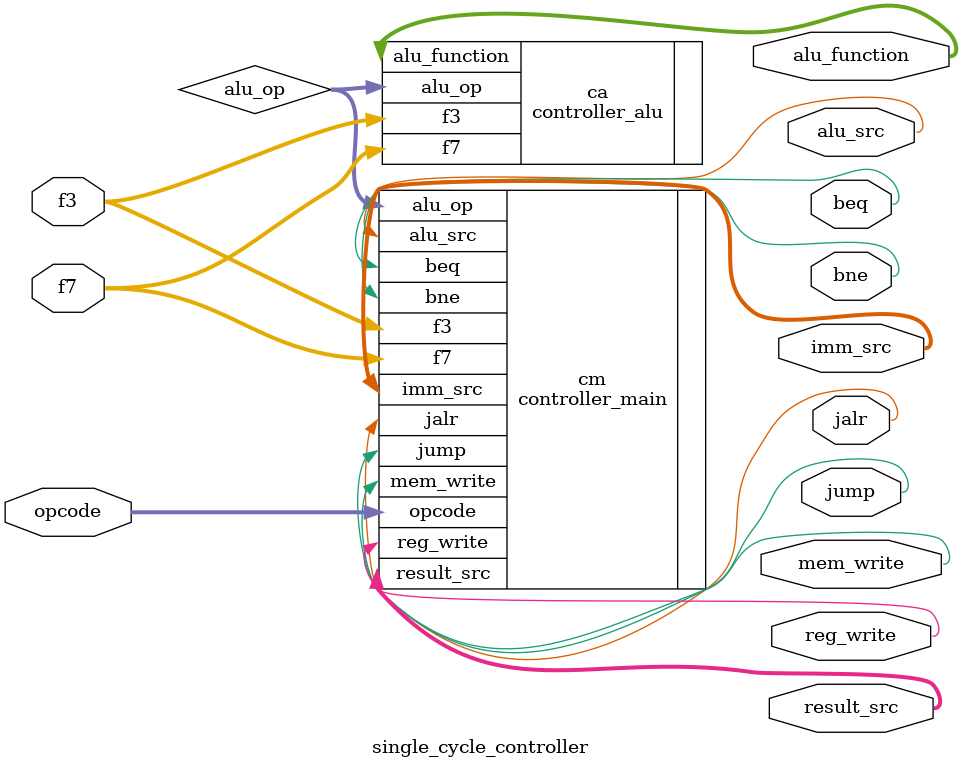
<source format=v>
module single_cycle_controller (
    // Datapath outputs
    opcode,
    f3,
    f7,

    // Datapath inputs
    imm_src,
    reg_write,
    alu_src,
    alu_function,
    mem_write,
    result_src,
    beq,
    bne,
    jump,
    jalr
);
    input [6:0] opcode;
    input [2:0] f3;
    input [6:0] f7;

    output [2:0] imm_src;
    output reg_write;
    output alu_src;
    output [2:0] alu_function;
    output mem_write;
    output [1:0] result_src;
    output beq;
    output bne;
    output jump;
    output jalr;

    wire [1:0] alu_op;

    controller_main cm (
        .opcode(opcode),
        .f3(f3),
        .f7(f7),

        .reg_write(reg_write),
        .imm_src(imm_src),
        .alu_src(alu_src),
        .mem_write(mem_write),
        .result_src(result_src),

        .beq(beq),
        .bne(bne),
        .alu_op(alu_op),
        .jump(jump),
        .jalr(jalr)
    );

    controller_alu ca (
        .f3(f3),
        .f7(f7),
        .alu_op(alu_op),
        .alu_function(alu_function)
    );
endmodule

</source>
